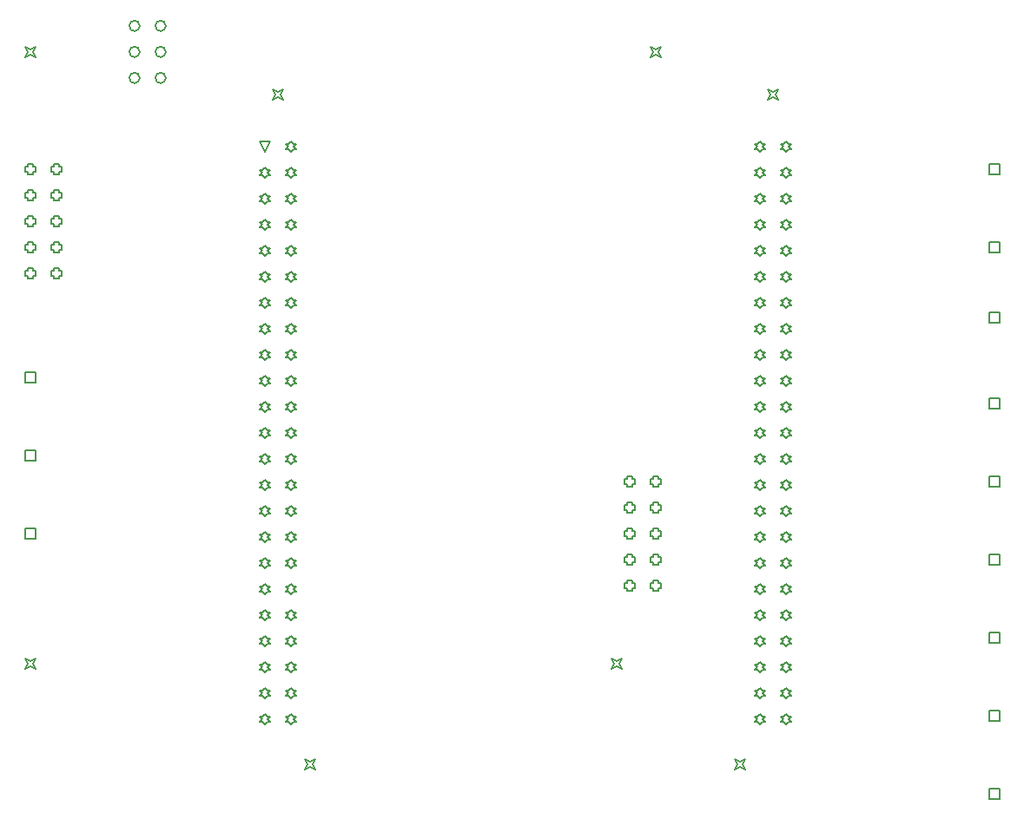
<source format=gbr>
G04 Layer_Color=2752767*
%FSLAX26Y26*%
%MOIN*%
%TF.FileFunction,Drawing*%
%TF.Part,Single*%
G01*
G75*
%TA.AperFunction,NonConductor*%
%ADD28C,0.005000*%
%ADD44C,0.006667*%
D28*
X3680000Y1880000D02*
Y1920000D01*
X3720000D01*
Y1880000D01*
X3680000D01*
Y1310000D02*
Y1350000D01*
X3720000D01*
Y1310000D01*
X3680000D01*
Y380000D02*
Y420000D01*
X3720000D01*
Y380000D01*
X3680000D01*
Y-220000D02*
Y-180000D01*
X3720000D01*
Y-220000D01*
X3680000D01*
Y80000D02*
Y120000D01*
X3720000D01*
Y80000D01*
X3680000D01*
Y1580000D02*
Y1620000D01*
X3720000D01*
Y1580000D01*
X3680000D01*
Y680000D02*
Y720000D01*
X3720000D01*
Y680000D01*
X3680000D01*
Y980000D02*
Y1020000D01*
X3720000D01*
Y980000D01*
X3680000D01*
X900000Y1967500D02*
X880000Y2007500D01*
X920000D01*
X900000Y1967500D01*
X2800000Y-232500D02*
X2810000Y-222500D01*
X2820000D01*
X2810000Y-212500D01*
X2820000Y-202500D01*
X2810000D01*
X2800000Y-192500D01*
X2790000Y-202500D01*
X2780000D01*
X2790000Y-212500D01*
X2780000Y-222500D01*
X2790000D01*
X2800000Y-232500D01*
Y-132500D02*
X2810000Y-122500D01*
X2820000D01*
X2810000Y-112500D01*
X2820000Y-102500D01*
X2810000D01*
X2800000Y-92500D01*
X2790000Y-102500D01*
X2780000D01*
X2790000Y-112500D01*
X2780000Y-122500D01*
X2790000D01*
X2800000Y-132500D01*
Y-32500D02*
X2810000Y-22500D01*
X2820000D01*
X2810000Y-12500D01*
X2820000Y-2500D01*
X2810000D01*
X2800000Y7500D01*
X2790000Y-2500D01*
X2780000D01*
X2790000Y-12500D01*
X2780000Y-22500D01*
X2790000D01*
X2800000Y-32500D01*
Y67500D02*
X2810000Y77500D01*
X2820000D01*
X2810000Y87500D01*
X2820000Y97500D01*
X2810000D01*
X2800000Y107500D01*
X2790000Y97500D01*
X2780000D01*
X2790000Y87500D01*
X2780000Y77500D01*
X2790000D01*
X2800000Y67500D01*
Y167500D02*
X2810000Y177500D01*
X2820000D01*
X2810000Y187500D01*
X2820000Y197500D01*
X2810000D01*
X2800000Y207500D01*
X2790000Y197500D01*
X2780000D01*
X2790000Y187500D01*
X2780000Y177500D01*
X2790000D01*
X2800000Y167500D01*
Y267500D02*
X2810000Y277500D01*
X2820000D01*
X2810000Y287500D01*
X2820000Y297500D01*
X2810000D01*
X2800000Y307500D01*
X2790000Y297500D01*
X2780000D01*
X2790000Y287500D01*
X2780000Y277500D01*
X2790000D01*
X2800000Y267500D01*
Y367500D02*
X2810000Y377500D01*
X2820000D01*
X2810000Y387500D01*
X2820000Y397500D01*
X2810000D01*
X2800000Y407500D01*
X2790000Y397500D01*
X2780000D01*
X2790000Y387500D01*
X2780000Y377500D01*
X2790000D01*
X2800000Y367500D01*
Y467500D02*
X2810000Y477500D01*
X2820000D01*
X2810000Y487500D01*
X2820000Y497500D01*
X2810000D01*
X2800000Y507500D01*
X2790000Y497500D01*
X2780000D01*
X2790000Y487500D01*
X2780000Y477500D01*
X2790000D01*
X2800000Y467500D01*
Y567500D02*
X2810000Y577500D01*
X2820000D01*
X2810000Y587500D01*
X2820000Y597500D01*
X2810000D01*
X2800000Y607500D01*
X2790000Y597500D01*
X2780000D01*
X2790000Y587500D01*
X2780000Y577500D01*
X2790000D01*
X2800000Y567500D01*
Y667500D02*
X2810000Y677500D01*
X2820000D01*
X2810000Y687500D01*
X2820000Y697500D01*
X2810000D01*
X2800000Y707500D01*
X2790000Y697500D01*
X2780000D01*
X2790000Y687500D01*
X2780000Y677500D01*
X2790000D01*
X2800000Y667500D01*
Y767500D02*
X2810000Y777500D01*
X2820000D01*
X2810000Y787500D01*
X2820000Y797500D01*
X2810000D01*
X2800000Y807500D01*
X2790000Y797500D01*
X2780000D01*
X2790000Y787500D01*
X2780000Y777500D01*
X2790000D01*
X2800000Y767500D01*
Y867500D02*
X2810000Y877500D01*
X2820000D01*
X2810000Y887500D01*
X2820000Y897500D01*
X2810000D01*
X2800000Y907500D01*
X2790000Y897500D01*
X2780000D01*
X2790000Y887500D01*
X2780000Y877500D01*
X2790000D01*
X2800000Y867500D01*
Y967500D02*
X2810000Y977500D01*
X2820000D01*
X2810000Y987500D01*
X2820000Y997500D01*
X2810000D01*
X2800000Y1007500D01*
X2790000Y997500D01*
X2780000D01*
X2790000Y987500D01*
X2780000Y977500D01*
X2790000D01*
X2800000Y967500D01*
Y1067500D02*
X2810000Y1077500D01*
X2820000D01*
X2810000Y1087500D01*
X2820000Y1097500D01*
X2810000D01*
X2800000Y1107500D01*
X2790000Y1097500D01*
X2780000D01*
X2790000Y1087500D01*
X2780000Y1077500D01*
X2790000D01*
X2800000Y1067500D01*
Y1167500D02*
X2810000Y1177500D01*
X2820000D01*
X2810000Y1187500D01*
X2820000Y1197500D01*
X2810000D01*
X2800000Y1207500D01*
X2790000Y1197500D01*
X2780000D01*
X2790000Y1187500D01*
X2780000Y1177500D01*
X2790000D01*
X2800000Y1167500D01*
Y1267500D02*
X2810000Y1277500D01*
X2820000D01*
X2810000Y1287500D01*
X2820000Y1297500D01*
X2810000D01*
X2800000Y1307500D01*
X2790000Y1297500D01*
X2780000D01*
X2790000Y1287500D01*
X2780000Y1277500D01*
X2790000D01*
X2800000Y1267500D01*
Y1367500D02*
X2810000Y1377500D01*
X2820000D01*
X2810000Y1387500D01*
X2820000Y1397500D01*
X2810000D01*
X2800000Y1407500D01*
X2790000Y1397500D01*
X2780000D01*
X2790000Y1387500D01*
X2780000Y1377500D01*
X2790000D01*
X2800000Y1367500D01*
Y1467500D02*
X2810000Y1477500D01*
X2820000D01*
X2810000Y1487500D01*
X2820000Y1497500D01*
X2810000D01*
X2800000Y1507500D01*
X2790000Y1497500D01*
X2780000D01*
X2790000Y1487500D01*
X2780000Y1477500D01*
X2790000D01*
X2800000Y1467500D01*
Y1567500D02*
X2810000Y1577500D01*
X2820000D01*
X2810000Y1587500D01*
X2820000Y1597500D01*
X2810000D01*
X2800000Y1607500D01*
X2790000Y1597500D01*
X2780000D01*
X2790000Y1587500D01*
X2780000Y1577500D01*
X2790000D01*
X2800000Y1567500D01*
Y1667500D02*
X2810000Y1677500D01*
X2820000D01*
X2810000Y1687500D01*
X2820000Y1697500D01*
X2810000D01*
X2800000Y1707500D01*
X2790000Y1697500D01*
X2780000D01*
X2790000Y1687500D01*
X2780000Y1677500D01*
X2790000D01*
X2800000Y1667500D01*
Y1767500D02*
X2810000Y1777500D01*
X2820000D01*
X2810000Y1787500D01*
X2820000Y1797500D01*
X2810000D01*
X2800000Y1807500D01*
X2790000Y1797500D01*
X2780000D01*
X2790000Y1787500D01*
X2780000Y1777500D01*
X2790000D01*
X2800000Y1767500D01*
Y1867500D02*
X2810000Y1877500D01*
X2820000D01*
X2810000Y1887500D01*
X2820000Y1897500D01*
X2810000D01*
X2800000Y1907500D01*
X2790000Y1897500D01*
X2780000D01*
X2790000Y1887500D01*
X2780000Y1877500D01*
X2790000D01*
X2800000Y1867500D01*
X2900000Y-232500D02*
X2910000Y-222500D01*
X2920000D01*
X2910000Y-212500D01*
X2920000Y-202500D01*
X2910000D01*
X2900000Y-192500D01*
X2890000Y-202500D01*
X2880000D01*
X2890000Y-212500D01*
X2880000Y-222500D01*
X2890000D01*
X2900000Y-232500D01*
Y-132500D02*
X2910000Y-122500D01*
X2920000D01*
X2910000Y-112500D01*
X2920000Y-102500D01*
X2910000D01*
X2900000Y-92500D01*
X2890000Y-102500D01*
X2880000D01*
X2890000Y-112500D01*
X2880000Y-122500D01*
X2890000D01*
X2900000Y-132500D01*
Y-32500D02*
X2910000Y-22500D01*
X2920000D01*
X2910000Y-12500D01*
X2920000Y-2500D01*
X2910000D01*
X2900000Y7500D01*
X2890000Y-2500D01*
X2880000D01*
X2890000Y-12500D01*
X2880000Y-22500D01*
X2890000D01*
X2900000Y-32500D01*
Y67500D02*
X2910000Y77500D01*
X2920000D01*
X2910000Y87500D01*
X2920000Y97500D01*
X2910000D01*
X2900000Y107500D01*
X2890000Y97500D01*
X2880000D01*
X2890000Y87500D01*
X2880000Y77500D01*
X2890000D01*
X2900000Y67500D01*
Y167500D02*
X2910000Y177500D01*
X2920000D01*
X2910000Y187500D01*
X2920000Y197500D01*
X2910000D01*
X2900000Y207500D01*
X2890000Y197500D01*
X2880000D01*
X2890000Y187500D01*
X2880000Y177500D01*
X2890000D01*
X2900000Y167500D01*
Y267500D02*
X2910000Y277500D01*
X2920000D01*
X2910000Y287500D01*
X2920000Y297500D01*
X2910000D01*
X2900000Y307500D01*
X2890000Y297500D01*
X2880000D01*
X2890000Y287500D01*
X2880000Y277500D01*
X2890000D01*
X2900000Y267500D01*
Y367500D02*
X2910000Y377500D01*
X2920000D01*
X2910000Y387500D01*
X2920000Y397500D01*
X2910000D01*
X2900000Y407500D01*
X2890000Y397500D01*
X2880000D01*
X2890000Y387500D01*
X2880000Y377500D01*
X2890000D01*
X2900000Y367500D01*
Y467500D02*
X2910000Y477500D01*
X2920000D01*
X2910000Y487500D01*
X2920000Y497500D01*
X2910000D01*
X2900000Y507500D01*
X2890000Y497500D01*
X2880000D01*
X2890000Y487500D01*
X2880000Y477500D01*
X2890000D01*
X2900000Y467500D01*
Y567500D02*
X2910000Y577500D01*
X2920000D01*
X2910000Y587500D01*
X2920000Y597500D01*
X2910000D01*
X2900000Y607500D01*
X2890000Y597500D01*
X2880000D01*
X2890000Y587500D01*
X2880000Y577500D01*
X2890000D01*
X2900000Y567500D01*
Y667500D02*
X2910000Y677500D01*
X2920000D01*
X2910000Y687500D01*
X2920000Y697500D01*
X2910000D01*
X2900000Y707500D01*
X2890000Y697500D01*
X2880000D01*
X2890000Y687500D01*
X2880000Y677500D01*
X2890000D01*
X2900000Y667500D01*
Y767500D02*
X2910000Y777500D01*
X2920000D01*
X2910000Y787500D01*
X2920000Y797500D01*
X2910000D01*
X2900000Y807500D01*
X2890000Y797500D01*
X2880000D01*
X2890000Y787500D01*
X2880000Y777500D01*
X2890000D01*
X2900000Y767500D01*
Y867500D02*
X2910000Y877500D01*
X2920000D01*
X2910000Y887500D01*
X2920000Y897500D01*
X2910000D01*
X2900000Y907500D01*
X2890000Y897500D01*
X2880000D01*
X2890000Y887500D01*
X2880000Y877500D01*
X2890000D01*
X2900000Y867500D01*
Y967500D02*
X2910000Y977500D01*
X2920000D01*
X2910000Y987500D01*
X2920000Y997500D01*
X2910000D01*
X2900000Y1007500D01*
X2890000Y997500D01*
X2880000D01*
X2890000Y987500D01*
X2880000Y977500D01*
X2890000D01*
X2900000Y967500D01*
Y1067500D02*
X2910000Y1077500D01*
X2920000D01*
X2910000Y1087500D01*
X2920000Y1097500D01*
X2910000D01*
X2900000Y1107500D01*
X2890000Y1097500D01*
X2880000D01*
X2890000Y1087500D01*
X2880000Y1077500D01*
X2890000D01*
X2900000Y1067500D01*
Y1167500D02*
X2910000Y1177500D01*
X2920000D01*
X2910000Y1187500D01*
X2920000Y1197500D01*
X2910000D01*
X2900000Y1207500D01*
X2890000Y1197500D01*
X2880000D01*
X2890000Y1187500D01*
X2880000Y1177500D01*
X2890000D01*
X2900000Y1167500D01*
Y1267500D02*
X2910000Y1277500D01*
X2920000D01*
X2910000Y1287500D01*
X2920000Y1297500D01*
X2910000D01*
X2900000Y1307500D01*
X2890000Y1297500D01*
X2880000D01*
X2890000Y1287500D01*
X2880000Y1277500D01*
X2890000D01*
X2900000Y1267500D01*
Y1367500D02*
X2910000Y1377500D01*
X2920000D01*
X2910000Y1387500D01*
X2920000Y1397500D01*
X2910000D01*
X2900000Y1407500D01*
X2890000Y1397500D01*
X2880000D01*
X2890000Y1387500D01*
X2880000Y1377500D01*
X2890000D01*
X2900000Y1367500D01*
Y1467500D02*
X2910000Y1477500D01*
X2920000D01*
X2910000Y1487500D01*
X2920000Y1497500D01*
X2910000D01*
X2900000Y1507500D01*
X2890000Y1497500D01*
X2880000D01*
X2890000Y1487500D01*
X2880000Y1477500D01*
X2890000D01*
X2900000Y1467500D01*
Y1567500D02*
X2910000Y1577500D01*
X2920000D01*
X2910000Y1587500D01*
X2920000Y1597500D01*
X2910000D01*
X2900000Y1607500D01*
X2890000Y1597500D01*
X2880000D01*
X2890000Y1587500D01*
X2880000Y1577500D01*
X2890000D01*
X2900000Y1567500D01*
Y1667500D02*
X2910000Y1677500D01*
X2920000D01*
X2910000Y1687500D01*
X2920000Y1697500D01*
X2910000D01*
X2900000Y1707500D01*
X2890000Y1697500D01*
X2880000D01*
X2890000Y1687500D01*
X2880000Y1677500D01*
X2890000D01*
X2900000Y1667500D01*
Y1767500D02*
X2910000Y1777500D01*
X2920000D01*
X2910000Y1787500D01*
X2920000Y1797500D01*
X2910000D01*
X2900000Y1807500D01*
X2890000Y1797500D01*
X2880000D01*
X2890000Y1787500D01*
X2880000Y1777500D01*
X2890000D01*
X2900000Y1767500D01*
Y1867500D02*
X2910000Y1877500D01*
X2920000D01*
X2910000Y1887500D01*
X2920000Y1897500D01*
X2910000D01*
X2900000Y1907500D01*
X2890000Y1897500D01*
X2880000D01*
X2890000Y1887500D01*
X2880000Y1877500D01*
X2890000D01*
X2900000Y1867500D01*
Y1967500D02*
X2910000Y1977500D01*
X2920000D01*
X2910000Y1987500D01*
X2920000Y1997500D01*
X2910000D01*
X2900000Y2007500D01*
X2890000Y1997500D01*
X2880000D01*
X2890000Y1987500D01*
X2880000Y1977500D01*
X2890000D01*
X2900000Y1967500D01*
X2800000D02*
X2810000Y1977500D01*
X2820000D01*
X2810000Y1987500D01*
X2820000Y1997500D01*
X2810000D01*
X2800000Y2007500D01*
X2790000Y1997500D01*
X2780000D01*
X2790000Y1987500D01*
X2780000Y1977500D01*
X2790000D01*
X2800000Y1967500D01*
X900000Y-232500D02*
X910000Y-222500D01*
X920000D01*
X910000Y-212500D01*
X920000Y-202500D01*
X910000D01*
X900000Y-192500D01*
X890000Y-202500D01*
X880000D01*
X890000Y-212500D01*
X880000Y-222500D01*
X890000D01*
X900000Y-232500D01*
Y-132500D02*
X910000Y-122500D01*
X920000D01*
X910000Y-112500D01*
X920000Y-102500D01*
X910000D01*
X900000Y-92500D01*
X890000Y-102500D01*
X880000D01*
X890000Y-112500D01*
X880000Y-122500D01*
X890000D01*
X900000Y-132500D01*
Y-32500D02*
X910000Y-22500D01*
X920000D01*
X910000Y-12500D01*
X920000Y-2500D01*
X910000D01*
X900000Y7500D01*
X890000Y-2500D01*
X880000D01*
X890000Y-12500D01*
X880000Y-22500D01*
X890000D01*
X900000Y-32500D01*
Y67500D02*
X910000Y77500D01*
X920000D01*
X910000Y87500D01*
X920000Y97500D01*
X910000D01*
X900000Y107500D01*
X890000Y97500D01*
X880000D01*
X890000Y87500D01*
X880000Y77500D01*
X890000D01*
X900000Y67500D01*
Y167500D02*
X910000Y177500D01*
X920000D01*
X910000Y187500D01*
X920000Y197500D01*
X910000D01*
X900000Y207500D01*
X890000Y197500D01*
X880000D01*
X890000Y187500D01*
X880000Y177500D01*
X890000D01*
X900000Y167500D01*
Y267500D02*
X910000Y277500D01*
X920000D01*
X910000Y287500D01*
X920000Y297500D01*
X910000D01*
X900000Y307500D01*
X890000Y297500D01*
X880000D01*
X890000Y287500D01*
X880000Y277500D01*
X890000D01*
X900000Y267500D01*
Y367500D02*
X910000Y377500D01*
X920000D01*
X910000Y387500D01*
X920000Y397500D01*
X910000D01*
X900000Y407500D01*
X890000Y397500D01*
X880000D01*
X890000Y387500D01*
X880000Y377500D01*
X890000D01*
X900000Y367500D01*
Y467500D02*
X910000Y477500D01*
X920000D01*
X910000Y487500D01*
X920000Y497500D01*
X910000D01*
X900000Y507500D01*
X890000Y497500D01*
X880000D01*
X890000Y487500D01*
X880000Y477500D01*
X890000D01*
X900000Y467500D01*
Y567500D02*
X910000Y577500D01*
X920000D01*
X910000Y587500D01*
X920000Y597500D01*
X910000D01*
X900000Y607500D01*
X890000Y597500D01*
X880000D01*
X890000Y587500D01*
X880000Y577500D01*
X890000D01*
X900000Y567500D01*
Y667500D02*
X910000Y677500D01*
X920000D01*
X910000Y687500D01*
X920000Y697500D01*
X910000D01*
X900000Y707500D01*
X890000Y697500D01*
X880000D01*
X890000Y687500D01*
X880000Y677500D01*
X890000D01*
X900000Y667500D01*
Y767500D02*
X910000Y777500D01*
X920000D01*
X910000Y787500D01*
X920000Y797500D01*
X910000D01*
X900000Y807500D01*
X890000Y797500D01*
X880000D01*
X890000Y787500D01*
X880000Y777500D01*
X890000D01*
X900000Y767500D01*
Y867500D02*
X910000Y877500D01*
X920000D01*
X910000Y887500D01*
X920000Y897500D01*
X910000D01*
X900000Y907500D01*
X890000Y897500D01*
X880000D01*
X890000Y887500D01*
X880000Y877500D01*
X890000D01*
X900000Y867500D01*
Y967500D02*
X910000Y977500D01*
X920000D01*
X910000Y987500D01*
X920000Y997500D01*
X910000D01*
X900000Y1007500D01*
X890000Y997500D01*
X880000D01*
X890000Y987500D01*
X880000Y977500D01*
X890000D01*
X900000Y967500D01*
Y1067500D02*
X910000Y1077500D01*
X920000D01*
X910000Y1087500D01*
X920000Y1097500D01*
X910000D01*
X900000Y1107500D01*
X890000Y1097500D01*
X880000D01*
X890000Y1087500D01*
X880000Y1077500D01*
X890000D01*
X900000Y1067500D01*
Y1167500D02*
X910000Y1177500D01*
X920000D01*
X910000Y1187500D01*
X920000Y1197500D01*
X910000D01*
X900000Y1207500D01*
X890000Y1197500D01*
X880000D01*
X890000Y1187500D01*
X880000Y1177500D01*
X890000D01*
X900000Y1167500D01*
Y1267500D02*
X910000Y1277500D01*
X920000D01*
X910000Y1287500D01*
X920000Y1297500D01*
X910000D01*
X900000Y1307500D01*
X890000Y1297500D01*
X880000D01*
X890000Y1287500D01*
X880000Y1277500D01*
X890000D01*
X900000Y1267500D01*
Y1367500D02*
X910000Y1377500D01*
X920000D01*
X910000Y1387500D01*
X920000Y1397500D01*
X910000D01*
X900000Y1407500D01*
X890000Y1397500D01*
X880000D01*
X890000Y1387500D01*
X880000Y1377500D01*
X890000D01*
X900000Y1367500D01*
Y1467500D02*
X910000Y1477500D01*
X920000D01*
X910000Y1487500D01*
X920000Y1497500D01*
X910000D01*
X900000Y1507500D01*
X890000Y1497500D01*
X880000D01*
X890000Y1487500D01*
X880000Y1477500D01*
X890000D01*
X900000Y1467500D01*
Y1567500D02*
X910000Y1577500D01*
X920000D01*
X910000Y1587500D01*
X920000Y1597500D01*
X910000D01*
X900000Y1607500D01*
X890000Y1597500D01*
X880000D01*
X890000Y1587500D01*
X880000Y1577500D01*
X890000D01*
X900000Y1567500D01*
Y1667500D02*
X910000Y1677500D01*
X920000D01*
X910000Y1687500D01*
X920000Y1697500D01*
X910000D01*
X900000Y1707500D01*
X890000Y1697500D01*
X880000D01*
X890000Y1687500D01*
X880000Y1677500D01*
X890000D01*
X900000Y1667500D01*
Y1767500D02*
X910000Y1777500D01*
X920000D01*
X910000Y1787500D01*
X920000Y1797500D01*
X910000D01*
X900000Y1807500D01*
X890000Y1797500D01*
X880000D01*
X890000Y1787500D01*
X880000Y1777500D01*
X890000D01*
X900000Y1767500D01*
Y1867500D02*
X910000Y1877500D01*
X920000D01*
X910000Y1887500D01*
X920000Y1897500D01*
X910000D01*
X900000Y1907500D01*
X890000Y1897500D01*
X880000D01*
X890000Y1887500D01*
X880000Y1877500D01*
X890000D01*
X900000Y1867500D01*
X1000000Y-232500D02*
X1010000Y-222500D01*
X1020000D01*
X1010000Y-212500D01*
X1020000Y-202500D01*
X1010000D01*
X1000000Y-192500D01*
X990000Y-202500D01*
X980000D01*
X990000Y-212500D01*
X980000Y-222500D01*
X990000D01*
X1000000Y-232500D01*
Y-132500D02*
X1010000Y-122500D01*
X1020000D01*
X1010000Y-112500D01*
X1020000Y-102500D01*
X1010000D01*
X1000000Y-92500D01*
X990000Y-102500D01*
X980000D01*
X990000Y-112500D01*
X980000Y-122500D01*
X990000D01*
X1000000Y-132500D01*
Y-32500D02*
X1010000Y-22500D01*
X1020000D01*
X1010000Y-12500D01*
X1020000Y-2500D01*
X1010000D01*
X1000000Y7500D01*
X990000Y-2500D01*
X980000D01*
X990000Y-12500D01*
X980000Y-22500D01*
X990000D01*
X1000000Y-32500D01*
Y67500D02*
X1010000Y77500D01*
X1020000D01*
X1010000Y87500D01*
X1020000Y97500D01*
X1010000D01*
X1000000Y107500D01*
X990000Y97500D01*
X980000D01*
X990000Y87500D01*
X980000Y77500D01*
X990000D01*
X1000000Y67500D01*
Y167500D02*
X1010000Y177500D01*
X1020000D01*
X1010000Y187500D01*
X1020000Y197500D01*
X1010000D01*
X1000000Y207500D01*
X990000Y197500D01*
X980000D01*
X990000Y187500D01*
X980000Y177500D01*
X990000D01*
X1000000Y167500D01*
Y267500D02*
X1010000Y277500D01*
X1020000D01*
X1010000Y287500D01*
X1020000Y297500D01*
X1010000D01*
X1000000Y307500D01*
X990000Y297500D01*
X980000D01*
X990000Y287500D01*
X980000Y277500D01*
X990000D01*
X1000000Y267500D01*
Y367500D02*
X1010000Y377500D01*
X1020000D01*
X1010000Y387500D01*
X1020000Y397500D01*
X1010000D01*
X1000000Y407500D01*
X990000Y397500D01*
X980000D01*
X990000Y387500D01*
X980000Y377500D01*
X990000D01*
X1000000Y367500D01*
Y467500D02*
X1010000Y477500D01*
X1020000D01*
X1010000Y487500D01*
X1020000Y497500D01*
X1010000D01*
X1000000Y507500D01*
X990000Y497500D01*
X980000D01*
X990000Y487500D01*
X980000Y477500D01*
X990000D01*
X1000000Y467500D01*
Y567500D02*
X1010000Y577500D01*
X1020000D01*
X1010000Y587500D01*
X1020000Y597500D01*
X1010000D01*
X1000000Y607500D01*
X990000Y597500D01*
X980000D01*
X990000Y587500D01*
X980000Y577500D01*
X990000D01*
X1000000Y567500D01*
Y667500D02*
X1010000Y677500D01*
X1020000D01*
X1010000Y687500D01*
X1020000Y697500D01*
X1010000D01*
X1000000Y707500D01*
X990000Y697500D01*
X980000D01*
X990000Y687500D01*
X980000Y677500D01*
X990000D01*
X1000000Y667500D01*
Y767500D02*
X1010000Y777500D01*
X1020000D01*
X1010000Y787500D01*
X1020000Y797500D01*
X1010000D01*
X1000000Y807500D01*
X990000Y797500D01*
X980000D01*
X990000Y787500D01*
X980000Y777500D01*
X990000D01*
X1000000Y767500D01*
Y867500D02*
X1010000Y877500D01*
X1020000D01*
X1010000Y887500D01*
X1020000Y897500D01*
X1010000D01*
X1000000Y907500D01*
X990000Y897500D01*
X980000D01*
X990000Y887500D01*
X980000Y877500D01*
X990000D01*
X1000000Y867500D01*
Y967500D02*
X1010000Y977500D01*
X1020000D01*
X1010000Y987500D01*
X1020000Y997500D01*
X1010000D01*
X1000000Y1007500D01*
X990000Y997500D01*
X980000D01*
X990000Y987500D01*
X980000Y977500D01*
X990000D01*
X1000000Y967500D01*
Y1067500D02*
X1010000Y1077500D01*
X1020000D01*
X1010000Y1087500D01*
X1020000Y1097500D01*
X1010000D01*
X1000000Y1107500D01*
X990000Y1097500D01*
X980000D01*
X990000Y1087500D01*
X980000Y1077500D01*
X990000D01*
X1000000Y1067500D01*
Y1167500D02*
X1010000Y1177500D01*
X1020000D01*
X1010000Y1187500D01*
X1020000Y1197500D01*
X1010000D01*
X1000000Y1207500D01*
X990000Y1197500D01*
X980000D01*
X990000Y1187500D01*
X980000Y1177500D01*
X990000D01*
X1000000Y1167500D01*
Y1267500D02*
X1010000Y1277500D01*
X1020000D01*
X1010000Y1287500D01*
X1020000Y1297500D01*
X1010000D01*
X1000000Y1307500D01*
X990000Y1297500D01*
X980000D01*
X990000Y1287500D01*
X980000Y1277500D01*
X990000D01*
X1000000Y1267500D01*
Y1367500D02*
X1010000Y1377500D01*
X1020000D01*
X1010000Y1387500D01*
X1020000Y1397500D01*
X1010000D01*
X1000000Y1407500D01*
X990000Y1397500D01*
X980000D01*
X990000Y1387500D01*
X980000Y1377500D01*
X990000D01*
X1000000Y1367500D01*
Y1467500D02*
X1010000Y1477500D01*
X1020000D01*
X1010000Y1487500D01*
X1020000Y1497500D01*
X1010000D01*
X1000000Y1507500D01*
X990000Y1497500D01*
X980000D01*
X990000Y1487500D01*
X980000Y1477500D01*
X990000D01*
X1000000Y1467500D01*
Y1567500D02*
X1010000Y1577500D01*
X1020000D01*
X1010000Y1587500D01*
X1020000Y1597500D01*
X1010000D01*
X1000000Y1607500D01*
X990000Y1597500D01*
X980000D01*
X990000Y1587500D01*
X980000Y1577500D01*
X990000D01*
X1000000Y1567500D01*
Y1667500D02*
X1010000Y1677500D01*
X1020000D01*
X1010000Y1687500D01*
X1020000Y1697500D01*
X1010000D01*
X1000000Y1707500D01*
X990000Y1697500D01*
X980000D01*
X990000Y1687500D01*
X980000Y1677500D01*
X990000D01*
X1000000Y1667500D01*
Y1767500D02*
X1010000Y1777500D01*
X1020000D01*
X1010000Y1787500D01*
X1020000Y1797500D01*
X1010000D01*
X1000000Y1807500D01*
X990000Y1797500D01*
X980000D01*
X990000Y1787500D01*
X980000Y1777500D01*
X990000D01*
X1000000Y1767500D01*
Y1867500D02*
X1010000Y1877500D01*
X1020000D01*
X1010000Y1887500D01*
X1020000Y1897500D01*
X1010000D01*
X1000000Y1907500D01*
X990000Y1897500D01*
X980000D01*
X990000Y1887500D01*
X980000Y1877500D01*
X990000D01*
X1000000Y1867500D01*
Y1967500D02*
X1010000Y1977500D01*
X1020000D01*
X1010000Y1987500D01*
X1020000Y1997500D01*
X1010000D01*
X1000000Y2007500D01*
X990000Y1997500D01*
X980000D01*
X990000Y1987500D01*
X980000Y1977500D01*
X990000D01*
X1000000Y1967500D01*
X1055000Y-407500D02*
X1065000Y-387500D01*
X1055000Y-367500D01*
X1075000Y-377500D01*
X1095000Y-367500D01*
X1085000Y-387500D01*
X1095000Y-407500D01*
X1075000Y-397500D01*
X1055000Y-407500D01*
X2705000D02*
X2715000Y-387500D01*
X2705000Y-367500D01*
X2725000Y-377500D01*
X2745000Y-367500D01*
X2735000Y-387500D01*
X2745000Y-407500D01*
X2725000Y-397500D01*
X2705000Y-407500D01*
X2830000Y2167500D02*
X2840000Y2187500D01*
X2830000Y2207500D01*
X2850000Y2197500D01*
X2870000Y2207500D01*
X2860000Y2187500D01*
X2870000Y2167500D01*
X2850000Y2177500D01*
X2830000Y2167500D01*
X930000D02*
X940000Y2187500D01*
X930000Y2207500D01*
X950000Y2197500D01*
X970000Y2207500D01*
X960000Y2187500D01*
X970000Y2167500D01*
X950000Y2177500D01*
X930000Y2167500D01*
X-20000Y480000D02*
Y520000D01*
X20000D01*
Y480000D01*
X-20000D01*
X3680000Y-520000D02*
Y-480000D01*
X3720000D01*
Y-520000D01*
X3680000D01*
X-20000Y780000D02*
Y820000D01*
X20000D01*
Y780000D01*
X-20000D01*
Y1080000D02*
Y1120000D01*
X20000D01*
Y1080000D01*
X-20000D01*
Y2330000D02*
X-10000Y2350000D01*
X-20000Y2370000D01*
X0Y2360000D01*
X20000Y2370000D01*
X10000Y2350000D01*
X20000Y2330000D01*
X0Y2340000D01*
X-20000Y2330000D01*
X2380000D02*
X2390000Y2350000D01*
X2380000Y2370000D01*
X2400000Y2360000D01*
X2420000Y2370000D01*
X2410000Y2350000D01*
X2420000Y2330000D01*
X2400000Y2340000D01*
X2380000Y2330000D01*
X2230000Y-20000D02*
X2240000Y0D01*
X2230000Y20000D01*
X2250000Y10000D01*
X2270000Y20000D01*
X2260000Y0D01*
X2270000Y-20000D01*
X2250000Y-10000D01*
X2230000Y-20000D01*
X-20000D02*
X-10000Y0D01*
X-20000Y20000D01*
X0Y10000D01*
X20000Y20000D01*
X10000Y0D01*
X20000Y-20000D01*
X0Y-10000D01*
X-20000Y-20000D01*
X2390000Y690000D02*
Y680000D01*
X2410000D01*
Y690000D01*
X2420000D01*
Y710000D01*
X2410000D01*
Y720000D01*
X2390000D01*
Y710000D01*
X2380000D01*
Y690000D01*
X2390000D01*
Y590000D02*
Y580000D01*
X2410000D01*
Y590000D01*
X2420000D01*
Y610000D01*
X2410000D01*
Y620000D01*
X2390000D01*
Y610000D01*
X2380000D01*
Y590000D01*
X2390000D01*
Y490000D02*
Y480000D01*
X2410000D01*
Y490000D01*
X2420000D01*
Y510000D01*
X2410000D01*
Y520000D01*
X2390000D01*
Y510000D01*
X2380000D01*
Y490000D01*
X2390000D01*
Y390000D02*
Y380000D01*
X2410000D01*
Y390000D01*
X2420000D01*
Y410000D01*
X2410000D01*
Y420000D01*
X2390000D01*
Y410000D01*
X2380000D01*
Y390000D01*
X2390000D01*
Y290000D02*
Y280000D01*
X2410000D01*
Y290000D01*
X2420000D01*
Y310000D01*
X2410000D01*
Y320000D01*
X2390000D01*
Y310000D01*
X2380000D01*
Y290000D01*
X2390000D01*
X2290000Y690000D02*
Y680000D01*
X2310000D01*
Y690000D01*
X2320000D01*
Y710000D01*
X2310000D01*
Y720000D01*
X2290000D01*
Y710000D01*
X2280000D01*
Y690000D01*
X2290000D01*
Y590000D02*
Y580000D01*
X2310000D01*
Y590000D01*
X2320000D01*
Y610000D01*
X2310000D01*
Y620000D01*
X2290000D01*
Y610000D01*
X2280000D01*
Y590000D01*
X2290000D01*
Y490000D02*
Y480000D01*
X2310000D01*
Y490000D01*
X2320000D01*
Y510000D01*
X2310000D01*
Y520000D01*
X2290000D01*
Y510000D01*
X2280000D01*
Y490000D01*
X2290000D01*
Y390000D02*
Y380000D01*
X2310000D01*
Y390000D01*
X2320000D01*
Y410000D01*
X2310000D01*
Y420000D01*
X2290000D01*
Y410000D01*
X2280000D01*
Y390000D01*
X2290000D01*
Y290000D02*
Y280000D01*
X2310000D01*
Y290000D01*
X2320000D01*
Y310000D01*
X2310000D01*
Y320000D01*
X2290000D01*
Y310000D01*
X2280000D01*
Y290000D01*
X2290000D01*
X90000Y1890000D02*
Y1880000D01*
X110000D01*
Y1890000D01*
X120000D01*
Y1910000D01*
X110000D01*
Y1920000D01*
X90000D01*
Y1910000D01*
X80000D01*
Y1890000D01*
X90000D01*
Y1790000D02*
Y1780000D01*
X110000D01*
Y1790000D01*
X120000D01*
Y1810000D01*
X110000D01*
Y1820000D01*
X90000D01*
Y1810000D01*
X80000D01*
Y1790000D01*
X90000D01*
Y1690000D02*
Y1680000D01*
X110000D01*
Y1690000D01*
X120000D01*
Y1710000D01*
X110000D01*
Y1720000D01*
X90000D01*
Y1710000D01*
X80000D01*
Y1690000D01*
X90000D01*
Y1590000D02*
Y1580000D01*
X110000D01*
Y1590000D01*
X120000D01*
Y1610000D01*
X110000D01*
Y1620000D01*
X90000D01*
Y1610000D01*
X80000D01*
Y1590000D01*
X90000D01*
Y1490000D02*
Y1480000D01*
X110000D01*
Y1490000D01*
X120000D01*
Y1510000D01*
X110000D01*
Y1520000D01*
X90000D01*
Y1510000D01*
X80000D01*
Y1490000D01*
X90000D01*
X-10000Y1890000D02*
Y1880000D01*
X10000D01*
Y1890000D01*
X20000D01*
Y1910000D01*
X10000D01*
Y1920000D01*
X-10000D01*
Y1910000D01*
X-20000D01*
Y1890000D01*
X-10000D01*
Y1790000D02*
Y1780000D01*
X10000D01*
Y1790000D01*
X20000D01*
Y1810000D01*
X10000D01*
Y1820000D01*
X-10000D01*
Y1810000D01*
X-20000D01*
Y1790000D01*
X-10000D01*
Y1690000D02*
Y1680000D01*
X10000D01*
Y1690000D01*
X20000D01*
Y1710000D01*
X10000D01*
Y1720000D01*
X-10000D01*
Y1710000D01*
X-20000D01*
Y1690000D01*
X-10000D01*
Y1590000D02*
Y1580000D01*
X10000D01*
Y1590000D01*
X20000D01*
Y1610000D01*
X10000D01*
Y1620000D01*
X-10000D01*
Y1610000D01*
X-20000D01*
Y1590000D01*
X-10000D01*
Y1490000D02*
Y1480000D01*
X10000D01*
Y1490000D01*
X20000D01*
Y1510000D01*
X10000D01*
Y1520000D01*
X-10000D01*
Y1510000D01*
X-20000D01*
Y1490000D01*
X-10000D01*
D44*
X520000Y2250000D02*
G03*
X520000Y2250000I-20000J0D01*
G01*
Y2350000D02*
G03*
X520000Y2350000I-20000J0D01*
G01*
Y2450000D02*
G03*
X520000Y2450000I-20000J0D01*
G01*
X420000D02*
G03*
X420000Y2450000I-20000J0D01*
G01*
Y2350000D02*
G03*
X420000Y2350000I-20000J0D01*
G01*
Y2250000D02*
G03*
X420000Y2250000I-20000J0D01*
G01*
%TF.MD5,d064c4f5e1b040bb7338a33093322358*%
M02*

</source>
